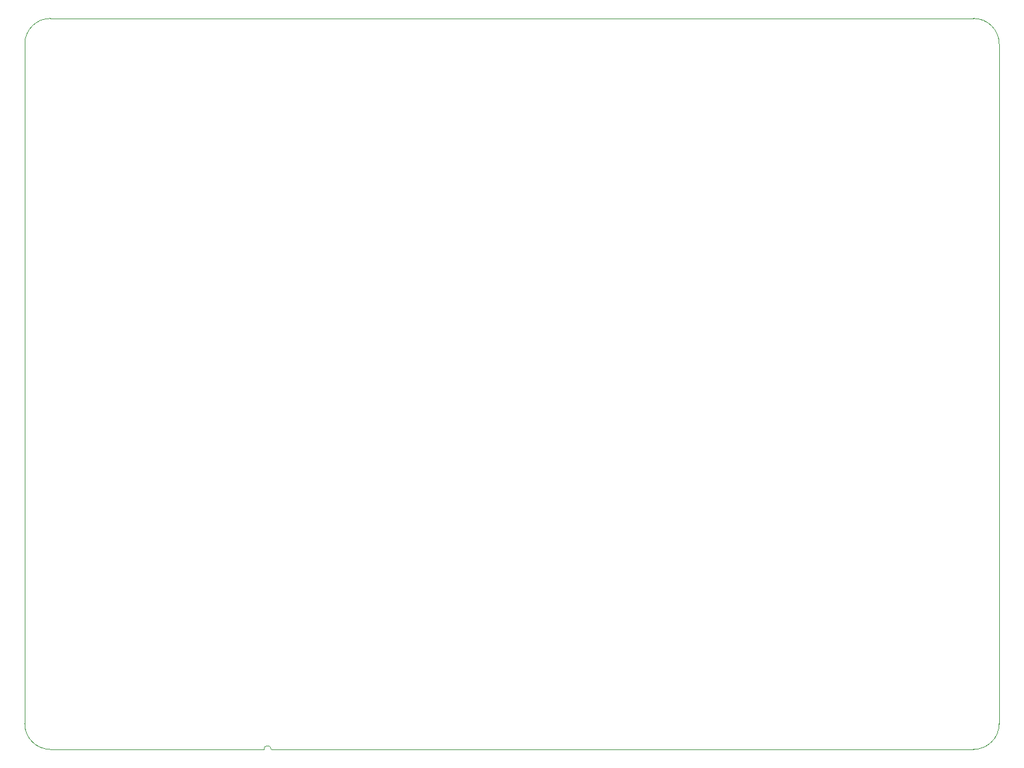
<source format=gko>
G04 #@! TF.GenerationSoftware,KiCad,Pcbnew,8.0.9-8.0.9-0~ubuntu24.04.1*
G04 #@! TF.CreationDate,2025-10-26T12:47:24+00:00*
G04 #@! TF.ProjectId,uaefi,75616566-692e-46b6-9963-61645f706362,E*
G04 #@! TF.SameCoordinates,Original*
G04 #@! TF.FileFunction,Profile,NP*
%FSLAX46Y46*%
G04 Gerber Fmt 4.6, Leading zero omitted, Abs format (unit mm)*
G04 Created by KiCad (PCBNEW 8.0.9-8.0.9-0~ubuntu24.04.1) date 2025-10-26 12:47:24*
%MOMM*%
%LPD*%
G01*
G04 APERTURE LIST*
G04 #@! TA.AperFunction,Profile*
%ADD10C,0.100000*%
G04 #@! TD*
G04 APERTURE END LIST*
D10*
X2487Y96510000D02*
G75*
G02*
X3502487Y100010013I3500013J0D01*
G01*
X32682487Y10000D02*
X3502487Y10000D01*
X133182487Y3510000D02*
G75*
G02*
X129682487Y10013I-3499987J0D01*
G01*
X133182487Y3510000D02*
X133182487Y96510000D01*
X32682487Y10000D02*
G75*
G02*
X33682487Y10000I500000J0D01*
G01*
X2487Y96510000D02*
X2487Y3510000D01*
X129682487Y100010000D02*
X3502487Y100010000D01*
X3502487Y10000D02*
G75*
G02*
X2500Y3510000I13J3500000D01*
G01*
X129682487Y100010000D02*
G75*
G02*
X133182500Y96510000I13J-3500000D01*
G01*
X33682487Y10000D02*
X129682487Y10000D01*
M02*

</source>
